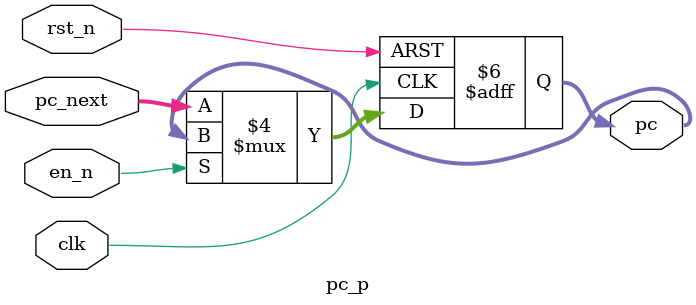
<source format=sv>
module pc_p (
    input clk, rst_n, en_n,
    input [31:0]pc_next,
    output reg[31 : 0] pc
);
always @(posedge clk , negedge rst_n) begin
    if(~rst_n)
        pc <= 0;
    else
        if(~en_n)
            pc <= pc_next;
end
endmodule

</source>
